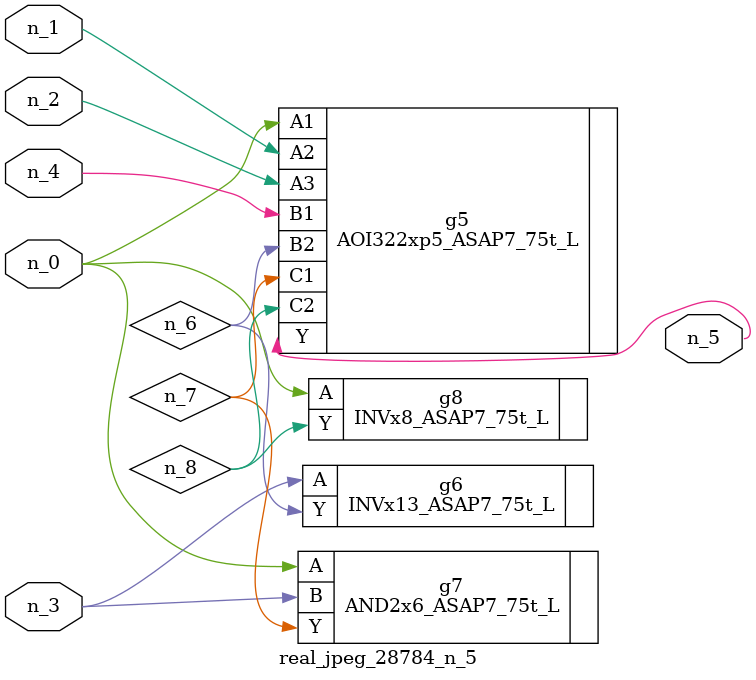
<source format=v>
module real_jpeg_28784_n_5 (n_4, n_0, n_1, n_2, n_3, n_5);

input n_4;
input n_0;
input n_1;
input n_2;
input n_3;

output n_5;

wire n_8;
wire n_6;
wire n_7;

AOI322xp5_ASAP7_75t_L g5 ( 
.A1(n_0),
.A2(n_1),
.A3(n_2),
.B1(n_4),
.B2(n_6),
.C1(n_7),
.C2(n_8),
.Y(n_5)
);

AND2x6_ASAP7_75t_L g7 ( 
.A(n_0),
.B(n_3),
.Y(n_7)
);

INVx8_ASAP7_75t_L g8 ( 
.A(n_0),
.Y(n_8)
);

INVx13_ASAP7_75t_L g6 ( 
.A(n_3),
.Y(n_6)
);


endmodule
</source>
